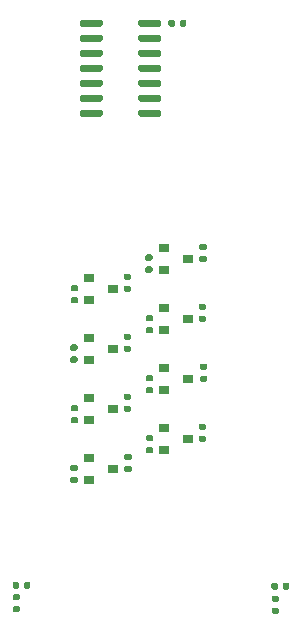
<source format=gbr>
%TF.GenerationSoftware,KiCad,Pcbnew,(5.1.8)-1*%
%TF.CreationDate,2020-11-23T02:20:36+03:00*%
%TF.ProjectId,morphesp240_g850_interface,6d6f7270-6865-4737-9032-34305f673835,1.0*%
%TF.SameCoordinates,Original*%
%TF.FileFunction,Paste,Top*%
%TF.FilePolarity,Positive*%
%FSLAX46Y46*%
G04 Gerber Fmt 4.6, Leading zero omitted, Abs format (unit mm)*
G04 Created by KiCad (PCBNEW (5.1.8)-1) date 2020-11-23 02:20:36*
%MOMM*%
%LPD*%
G01*
G04 APERTURE LIST*
%ADD10R,0.900000X0.800000*%
G04 APERTURE END LIST*
%TO.C,U1*%
G36*
G01*
X149201000Y-67079000D02*
X149201000Y-66779000D01*
G75*
G02*
X149351000Y-66629000I150000J0D01*
G01*
X151001000Y-66629000D01*
G75*
G02*
X151151000Y-66779000I0J-150000D01*
G01*
X151151000Y-67079000D01*
G75*
G02*
X151001000Y-67229000I-150000J0D01*
G01*
X149351000Y-67229000D01*
G75*
G02*
X149201000Y-67079000I0J150000D01*
G01*
G37*
G36*
G01*
X149201000Y-68349000D02*
X149201000Y-68049000D01*
G75*
G02*
X149351000Y-67899000I150000J0D01*
G01*
X151001000Y-67899000D01*
G75*
G02*
X151151000Y-68049000I0J-150000D01*
G01*
X151151000Y-68349000D01*
G75*
G02*
X151001000Y-68499000I-150000J0D01*
G01*
X149351000Y-68499000D01*
G75*
G02*
X149201000Y-68349000I0J150000D01*
G01*
G37*
G36*
G01*
X149201000Y-69619000D02*
X149201000Y-69319000D01*
G75*
G02*
X149351000Y-69169000I150000J0D01*
G01*
X151001000Y-69169000D01*
G75*
G02*
X151151000Y-69319000I0J-150000D01*
G01*
X151151000Y-69619000D01*
G75*
G02*
X151001000Y-69769000I-150000J0D01*
G01*
X149351000Y-69769000D01*
G75*
G02*
X149201000Y-69619000I0J150000D01*
G01*
G37*
G36*
G01*
X149201000Y-70889000D02*
X149201000Y-70589000D01*
G75*
G02*
X149351000Y-70439000I150000J0D01*
G01*
X151001000Y-70439000D01*
G75*
G02*
X151151000Y-70589000I0J-150000D01*
G01*
X151151000Y-70889000D01*
G75*
G02*
X151001000Y-71039000I-150000J0D01*
G01*
X149351000Y-71039000D01*
G75*
G02*
X149201000Y-70889000I0J150000D01*
G01*
G37*
G36*
G01*
X149201000Y-72159000D02*
X149201000Y-71859000D01*
G75*
G02*
X149351000Y-71709000I150000J0D01*
G01*
X151001000Y-71709000D01*
G75*
G02*
X151151000Y-71859000I0J-150000D01*
G01*
X151151000Y-72159000D01*
G75*
G02*
X151001000Y-72309000I-150000J0D01*
G01*
X149351000Y-72309000D01*
G75*
G02*
X149201000Y-72159000I0J150000D01*
G01*
G37*
G36*
G01*
X149201000Y-73429000D02*
X149201000Y-73129000D01*
G75*
G02*
X149351000Y-72979000I150000J0D01*
G01*
X151001000Y-72979000D01*
G75*
G02*
X151151000Y-73129000I0J-150000D01*
G01*
X151151000Y-73429000D01*
G75*
G02*
X151001000Y-73579000I-150000J0D01*
G01*
X149351000Y-73579000D01*
G75*
G02*
X149201000Y-73429000I0J150000D01*
G01*
G37*
G36*
G01*
X149201000Y-74699000D02*
X149201000Y-74399000D01*
G75*
G02*
X149351000Y-74249000I150000J0D01*
G01*
X151001000Y-74249000D01*
G75*
G02*
X151151000Y-74399000I0J-150000D01*
G01*
X151151000Y-74699000D01*
G75*
G02*
X151001000Y-74849000I-150000J0D01*
G01*
X149351000Y-74849000D01*
G75*
G02*
X149201000Y-74699000I0J150000D01*
G01*
G37*
G36*
G01*
X144251000Y-74699000D02*
X144251000Y-74399000D01*
G75*
G02*
X144401000Y-74249000I150000J0D01*
G01*
X146051000Y-74249000D01*
G75*
G02*
X146201000Y-74399000I0J-150000D01*
G01*
X146201000Y-74699000D01*
G75*
G02*
X146051000Y-74849000I-150000J0D01*
G01*
X144401000Y-74849000D01*
G75*
G02*
X144251000Y-74699000I0J150000D01*
G01*
G37*
G36*
G01*
X144251000Y-73429000D02*
X144251000Y-73129000D01*
G75*
G02*
X144401000Y-72979000I150000J0D01*
G01*
X146051000Y-72979000D01*
G75*
G02*
X146201000Y-73129000I0J-150000D01*
G01*
X146201000Y-73429000D01*
G75*
G02*
X146051000Y-73579000I-150000J0D01*
G01*
X144401000Y-73579000D01*
G75*
G02*
X144251000Y-73429000I0J150000D01*
G01*
G37*
G36*
G01*
X144251000Y-72159000D02*
X144251000Y-71859000D01*
G75*
G02*
X144401000Y-71709000I150000J0D01*
G01*
X146051000Y-71709000D01*
G75*
G02*
X146201000Y-71859000I0J-150000D01*
G01*
X146201000Y-72159000D01*
G75*
G02*
X146051000Y-72309000I-150000J0D01*
G01*
X144401000Y-72309000D01*
G75*
G02*
X144251000Y-72159000I0J150000D01*
G01*
G37*
G36*
G01*
X144251000Y-70889000D02*
X144251000Y-70589000D01*
G75*
G02*
X144401000Y-70439000I150000J0D01*
G01*
X146051000Y-70439000D01*
G75*
G02*
X146201000Y-70589000I0J-150000D01*
G01*
X146201000Y-70889000D01*
G75*
G02*
X146051000Y-71039000I-150000J0D01*
G01*
X144401000Y-71039000D01*
G75*
G02*
X144251000Y-70889000I0J150000D01*
G01*
G37*
G36*
G01*
X144251000Y-69619000D02*
X144251000Y-69319000D01*
G75*
G02*
X144401000Y-69169000I150000J0D01*
G01*
X146051000Y-69169000D01*
G75*
G02*
X146201000Y-69319000I0J-150000D01*
G01*
X146201000Y-69619000D01*
G75*
G02*
X146051000Y-69769000I-150000J0D01*
G01*
X144401000Y-69769000D01*
G75*
G02*
X144251000Y-69619000I0J150000D01*
G01*
G37*
G36*
G01*
X144251000Y-68349000D02*
X144251000Y-68049000D01*
G75*
G02*
X144401000Y-67899000I150000J0D01*
G01*
X146051000Y-67899000D01*
G75*
G02*
X146201000Y-68049000I0J-150000D01*
G01*
X146201000Y-68349000D01*
G75*
G02*
X146051000Y-68499000I-150000J0D01*
G01*
X144401000Y-68499000D01*
G75*
G02*
X144251000Y-68349000I0J150000D01*
G01*
G37*
G36*
G01*
X144251000Y-67079000D02*
X144251000Y-66779000D01*
G75*
G02*
X144401000Y-66629000I150000J0D01*
G01*
X146051000Y-66629000D01*
G75*
G02*
X146201000Y-66779000I0J-150000D01*
G01*
X146201000Y-67079000D01*
G75*
G02*
X146051000Y-67229000I-150000J0D01*
G01*
X144401000Y-67229000D01*
G75*
G02*
X144251000Y-67079000I0J150000D01*
G01*
G37*
%TD*%
%TO.C,R18*%
G36*
G01*
X160627080Y-116401280D02*
X160997080Y-116401280D01*
G75*
G02*
X161132080Y-116536280I0J-135000D01*
G01*
X161132080Y-116806280D01*
G75*
G02*
X160997080Y-116941280I-135000J0D01*
G01*
X160627080Y-116941280D01*
G75*
G02*
X160492080Y-116806280I0J135000D01*
G01*
X160492080Y-116536280D01*
G75*
G02*
X160627080Y-116401280I135000J0D01*
G01*
G37*
G36*
G01*
X160627080Y-115381280D02*
X160997080Y-115381280D01*
G75*
G02*
X161132080Y-115516280I0J-135000D01*
G01*
X161132080Y-115786280D01*
G75*
G02*
X160997080Y-115921280I-135000J0D01*
G01*
X160627080Y-115921280D01*
G75*
G02*
X160492080Y-115786280I0J135000D01*
G01*
X160492080Y-115516280D01*
G75*
G02*
X160627080Y-115381280I135000J0D01*
G01*
G37*
%TD*%
%TO.C,R17*%
G36*
G01*
X138702000Y-116269000D02*
X139072000Y-116269000D01*
G75*
G02*
X139207000Y-116404000I0J-135000D01*
G01*
X139207000Y-116674000D01*
G75*
G02*
X139072000Y-116809000I-135000J0D01*
G01*
X138702000Y-116809000D01*
G75*
G02*
X138567000Y-116674000I0J135000D01*
G01*
X138567000Y-116404000D01*
G75*
G02*
X138702000Y-116269000I135000J0D01*
G01*
G37*
G36*
G01*
X138702000Y-115249000D02*
X139072000Y-115249000D01*
G75*
G02*
X139207000Y-115384000I0J-135000D01*
G01*
X139207000Y-115654000D01*
G75*
G02*
X139072000Y-115789000I-135000J0D01*
G01*
X138702000Y-115789000D01*
G75*
G02*
X138567000Y-115654000I0J135000D01*
G01*
X138567000Y-115384000D01*
G75*
G02*
X138702000Y-115249000I135000J0D01*
G01*
G37*
%TD*%
%TO.C,R16*%
G36*
G01*
X154552000Y-96760000D02*
X154922000Y-96760000D01*
G75*
G02*
X155057000Y-96895000I0J-135000D01*
G01*
X155057000Y-97165000D01*
G75*
G02*
X154922000Y-97300000I-135000J0D01*
G01*
X154552000Y-97300000D01*
G75*
G02*
X154417000Y-97165000I0J135000D01*
G01*
X154417000Y-96895000D01*
G75*
G02*
X154552000Y-96760000I135000J0D01*
G01*
G37*
G36*
G01*
X154552000Y-95740000D02*
X154922000Y-95740000D01*
G75*
G02*
X155057000Y-95875000I0J-135000D01*
G01*
X155057000Y-96145000D01*
G75*
G02*
X154922000Y-96280000I-135000J0D01*
G01*
X154552000Y-96280000D01*
G75*
G02*
X154417000Y-96145000I0J135000D01*
G01*
X154417000Y-95875000D01*
G75*
G02*
X154552000Y-95740000I135000J0D01*
G01*
G37*
%TD*%
%TO.C,R15*%
G36*
G01*
X149980000Y-97725200D02*
X150350000Y-97725200D01*
G75*
G02*
X150485000Y-97860200I0J-135000D01*
G01*
X150485000Y-98130200D01*
G75*
G02*
X150350000Y-98265200I-135000J0D01*
G01*
X149980000Y-98265200D01*
G75*
G02*
X149845000Y-98130200I0J135000D01*
G01*
X149845000Y-97860200D01*
G75*
G02*
X149980000Y-97725200I135000J0D01*
G01*
G37*
G36*
G01*
X149980000Y-96705200D02*
X150350000Y-96705200D01*
G75*
G02*
X150485000Y-96840200I0J-135000D01*
G01*
X150485000Y-97110200D01*
G75*
G02*
X150350000Y-97245200I-135000J0D01*
G01*
X149980000Y-97245200D01*
G75*
G02*
X149845000Y-97110200I0J135000D01*
G01*
X149845000Y-96840200D01*
G75*
G02*
X149980000Y-96705200I135000J0D01*
G01*
G37*
%TD*%
%TO.C,R14*%
G36*
G01*
X154450000Y-101838000D02*
X154820000Y-101838000D01*
G75*
G02*
X154955000Y-101973000I0J-135000D01*
G01*
X154955000Y-102243000D01*
G75*
G02*
X154820000Y-102378000I-135000J0D01*
G01*
X154450000Y-102378000D01*
G75*
G02*
X154315000Y-102243000I0J135000D01*
G01*
X154315000Y-101973000D01*
G75*
G02*
X154450000Y-101838000I135000J0D01*
G01*
G37*
G36*
G01*
X154450000Y-100818000D02*
X154820000Y-100818000D01*
G75*
G02*
X154955000Y-100953000I0J-135000D01*
G01*
X154955000Y-101223000D01*
G75*
G02*
X154820000Y-101358000I-135000J0D01*
G01*
X154450000Y-101358000D01*
G75*
G02*
X154315000Y-101223000I0J135000D01*
G01*
X154315000Y-100953000D01*
G75*
G02*
X154450000Y-100818000I135000J0D01*
G01*
G37*
%TD*%
%TO.C,R13*%
G36*
G01*
X149980000Y-102803000D02*
X150350000Y-102803000D01*
G75*
G02*
X150485000Y-102938000I0J-135000D01*
G01*
X150485000Y-103208000D01*
G75*
G02*
X150350000Y-103343000I-135000J0D01*
G01*
X149980000Y-103343000D01*
G75*
G02*
X149845000Y-103208000I0J135000D01*
G01*
X149845000Y-102938000D01*
G75*
G02*
X149980000Y-102803000I135000J0D01*
G01*
G37*
G36*
G01*
X149980000Y-101783000D02*
X150350000Y-101783000D01*
G75*
G02*
X150485000Y-101918000I0J-135000D01*
G01*
X150485000Y-102188000D01*
G75*
G02*
X150350000Y-102323000I-135000J0D01*
G01*
X149980000Y-102323000D01*
G75*
G02*
X149845000Y-102188000I0J135000D01*
G01*
X149845000Y-101918000D01*
G75*
G02*
X149980000Y-101783000I135000J0D01*
G01*
G37*
%TD*%
%TO.C,R12*%
G36*
G01*
X148100000Y-94218000D02*
X148470000Y-94218000D01*
G75*
G02*
X148605000Y-94353000I0J-135000D01*
G01*
X148605000Y-94623000D01*
G75*
G02*
X148470000Y-94758000I-135000J0D01*
G01*
X148100000Y-94758000D01*
G75*
G02*
X147965000Y-94623000I0J135000D01*
G01*
X147965000Y-94353000D01*
G75*
G02*
X148100000Y-94218000I135000J0D01*
G01*
G37*
G36*
G01*
X148100000Y-93198000D02*
X148470000Y-93198000D01*
G75*
G02*
X148605000Y-93333000I0J-135000D01*
G01*
X148605000Y-93603000D01*
G75*
G02*
X148470000Y-93738000I-135000J0D01*
G01*
X148100000Y-93738000D01*
G75*
G02*
X147965000Y-93603000I0J135000D01*
G01*
X147965000Y-93333000D01*
G75*
G02*
X148100000Y-93198000I135000J0D01*
G01*
G37*
%TD*%
%TO.C,R11*%
G36*
G01*
X143579000Y-95134400D02*
X143949000Y-95134400D01*
G75*
G02*
X144084000Y-95269400I0J-135000D01*
G01*
X144084000Y-95539400D01*
G75*
G02*
X143949000Y-95674400I-135000J0D01*
G01*
X143579000Y-95674400D01*
G75*
G02*
X143444000Y-95539400I0J135000D01*
G01*
X143444000Y-95269400D01*
G75*
G02*
X143579000Y-95134400I135000J0D01*
G01*
G37*
G36*
G01*
X143579000Y-94114400D02*
X143949000Y-94114400D01*
G75*
G02*
X144084000Y-94249400I0J-135000D01*
G01*
X144084000Y-94519400D01*
G75*
G02*
X143949000Y-94654400I-135000J0D01*
G01*
X143579000Y-94654400D01*
G75*
G02*
X143444000Y-94519400I0J135000D01*
G01*
X143444000Y-94249400D01*
G75*
G02*
X143579000Y-94114400I135000J0D01*
G01*
G37*
%TD*%
%TO.C,R10*%
G36*
G01*
X154450000Y-91680000D02*
X154820000Y-91680000D01*
G75*
G02*
X154955000Y-91815000I0J-135000D01*
G01*
X154955000Y-92085000D01*
G75*
G02*
X154820000Y-92220000I-135000J0D01*
G01*
X154450000Y-92220000D01*
G75*
G02*
X154315000Y-92085000I0J135000D01*
G01*
X154315000Y-91815000D01*
G75*
G02*
X154450000Y-91680000I135000J0D01*
G01*
G37*
G36*
G01*
X154450000Y-90660000D02*
X154820000Y-90660000D01*
G75*
G02*
X154955000Y-90795000I0J-135000D01*
G01*
X154955000Y-91065000D01*
G75*
G02*
X154820000Y-91200000I-135000J0D01*
G01*
X154450000Y-91200000D01*
G75*
G02*
X154315000Y-91065000I0J135000D01*
G01*
X154315000Y-90795000D01*
G75*
G02*
X154450000Y-90660000I135000J0D01*
G01*
G37*
%TD*%
%TO.C,R9*%
G36*
G01*
X149980000Y-92645200D02*
X150350000Y-92645200D01*
G75*
G02*
X150485000Y-92780200I0J-135000D01*
G01*
X150485000Y-93050200D01*
G75*
G02*
X150350000Y-93185200I-135000J0D01*
G01*
X149980000Y-93185200D01*
G75*
G02*
X149845000Y-93050200I0J135000D01*
G01*
X149845000Y-92780200D01*
G75*
G02*
X149980000Y-92645200I135000J0D01*
G01*
G37*
G36*
G01*
X149980000Y-91625200D02*
X150350000Y-91625200D01*
G75*
G02*
X150485000Y-91760200I0J-135000D01*
G01*
X150485000Y-92030200D01*
G75*
G02*
X150350000Y-92165200I-135000J0D01*
G01*
X149980000Y-92165200D01*
G75*
G02*
X149845000Y-92030200I0J135000D01*
G01*
X149845000Y-91760200D01*
G75*
G02*
X149980000Y-91625200I135000J0D01*
G01*
G37*
%TD*%
%TO.C,R8*%
G36*
G01*
X148151000Y-104378000D02*
X148521000Y-104378000D01*
G75*
G02*
X148656000Y-104513000I0J-135000D01*
G01*
X148656000Y-104783000D01*
G75*
G02*
X148521000Y-104918000I-135000J0D01*
G01*
X148151000Y-104918000D01*
G75*
G02*
X148016000Y-104783000I0J135000D01*
G01*
X148016000Y-104513000D01*
G75*
G02*
X148151000Y-104378000I135000J0D01*
G01*
G37*
G36*
G01*
X148151000Y-103358000D02*
X148521000Y-103358000D01*
G75*
G02*
X148656000Y-103493000I0J-135000D01*
G01*
X148656000Y-103763000D01*
G75*
G02*
X148521000Y-103898000I-135000J0D01*
G01*
X148151000Y-103898000D01*
G75*
G02*
X148016000Y-103763000I0J135000D01*
G01*
X148016000Y-103493000D01*
G75*
G02*
X148151000Y-103358000I135000J0D01*
G01*
G37*
%TD*%
%TO.C,R7*%
G36*
G01*
X148100000Y-89140000D02*
X148470000Y-89140000D01*
G75*
G02*
X148605000Y-89275000I0J-135000D01*
G01*
X148605000Y-89545000D01*
G75*
G02*
X148470000Y-89680000I-135000J0D01*
G01*
X148100000Y-89680000D01*
G75*
G02*
X147965000Y-89545000I0J135000D01*
G01*
X147965000Y-89275000D01*
G75*
G02*
X148100000Y-89140000I135000J0D01*
G01*
G37*
G36*
G01*
X148100000Y-88120000D02*
X148470000Y-88120000D01*
G75*
G02*
X148605000Y-88255000I0J-135000D01*
G01*
X148605000Y-88525000D01*
G75*
G02*
X148470000Y-88660000I-135000J0D01*
G01*
X148100000Y-88660000D01*
G75*
G02*
X147965000Y-88525000I0J135000D01*
G01*
X147965000Y-88255000D01*
G75*
G02*
X148100000Y-88120000I135000J0D01*
G01*
G37*
%TD*%
%TO.C,R6*%
G36*
G01*
X143579000Y-105345000D02*
X143949000Y-105345000D01*
G75*
G02*
X144084000Y-105480000I0J-135000D01*
G01*
X144084000Y-105750000D01*
G75*
G02*
X143949000Y-105885000I-135000J0D01*
G01*
X143579000Y-105885000D01*
G75*
G02*
X143444000Y-105750000I0J135000D01*
G01*
X143444000Y-105480000D01*
G75*
G02*
X143579000Y-105345000I135000J0D01*
G01*
G37*
G36*
G01*
X143579000Y-104325000D02*
X143949000Y-104325000D01*
G75*
G02*
X144084000Y-104460000I0J-135000D01*
G01*
X144084000Y-104730000D01*
G75*
G02*
X143949000Y-104865000I-135000J0D01*
G01*
X143579000Y-104865000D01*
G75*
G02*
X143444000Y-104730000I0J135000D01*
G01*
X143444000Y-104460000D01*
G75*
G02*
X143579000Y-104325000I135000J0D01*
G01*
G37*
%TD*%
%TO.C,R5*%
G36*
G01*
X143630000Y-90105200D02*
X144000000Y-90105200D01*
G75*
G02*
X144135000Y-90240200I0J-135000D01*
G01*
X144135000Y-90510200D01*
G75*
G02*
X144000000Y-90645200I-135000J0D01*
G01*
X143630000Y-90645200D01*
G75*
G02*
X143495000Y-90510200I0J135000D01*
G01*
X143495000Y-90240200D01*
G75*
G02*
X143630000Y-90105200I135000J0D01*
G01*
G37*
G36*
G01*
X143630000Y-89085200D02*
X144000000Y-89085200D01*
G75*
G02*
X144135000Y-89220200I0J-135000D01*
G01*
X144135000Y-89490200D01*
G75*
G02*
X144000000Y-89625200I-135000J0D01*
G01*
X143630000Y-89625200D01*
G75*
G02*
X143495000Y-89490200I0J135000D01*
G01*
X143495000Y-89220200D01*
G75*
G02*
X143630000Y-89085200I135000J0D01*
G01*
G37*
%TD*%
%TO.C,R4*%
G36*
G01*
X148100000Y-99300000D02*
X148470000Y-99300000D01*
G75*
G02*
X148605000Y-99435000I0J-135000D01*
G01*
X148605000Y-99705000D01*
G75*
G02*
X148470000Y-99840000I-135000J0D01*
G01*
X148100000Y-99840000D01*
G75*
G02*
X147965000Y-99705000I0J135000D01*
G01*
X147965000Y-99435000D01*
G75*
G02*
X148100000Y-99300000I135000J0D01*
G01*
G37*
G36*
G01*
X148100000Y-98280000D02*
X148470000Y-98280000D01*
G75*
G02*
X148605000Y-98415000I0J-135000D01*
G01*
X148605000Y-98685000D01*
G75*
G02*
X148470000Y-98820000I-135000J0D01*
G01*
X148100000Y-98820000D01*
G75*
G02*
X147965000Y-98685000I0J135000D01*
G01*
X147965000Y-98415000D01*
G75*
G02*
X148100000Y-98280000I135000J0D01*
G01*
G37*
%TD*%
%TO.C,R3*%
G36*
G01*
X154501000Y-86600000D02*
X154871000Y-86600000D01*
G75*
G02*
X155006000Y-86735000I0J-135000D01*
G01*
X155006000Y-87005000D01*
G75*
G02*
X154871000Y-87140000I-135000J0D01*
G01*
X154501000Y-87140000D01*
G75*
G02*
X154366000Y-87005000I0J135000D01*
G01*
X154366000Y-86735000D01*
G75*
G02*
X154501000Y-86600000I135000J0D01*
G01*
G37*
G36*
G01*
X154501000Y-85580000D02*
X154871000Y-85580000D01*
G75*
G02*
X155006000Y-85715000I0J-135000D01*
G01*
X155006000Y-85985000D01*
G75*
G02*
X154871000Y-86120000I-135000J0D01*
G01*
X154501000Y-86120000D01*
G75*
G02*
X154366000Y-85985000I0J135000D01*
G01*
X154366000Y-85715000D01*
G75*
G02*
X154501000Y-85580000I135000J0D01*
G01*
G37*
%TD*%
%TO.C,R2*%
G36*
G01*
X143630000Y-100265000D02*
X144000000Y-100265000D01*
G75*
G02*
X144135000Y-100400000I0J-135000D01*
G01*
X144135000Y-100670000D01*
G75*
G02*
X144000000Y-100805000I-135000J0D01*
G01*
X143630000Y-100805000D01*
G75*
G02*
X143495000Y-100670000I0J135000D01*
G01*
X143495000Y-100400000D01*
G75*
G02*
X143630000Y-100265000I135000J0D01*
G01*
G37*
G36*
G01*
X143630000Y-99245000D02*
X144000000Y-99245000D01*
G75*
G02*
X144135000Y-99380000I0J-135000D01*
G01*
X144135000Y-99650000D01*
G75*
G02*
X144000000Y-99785000I-135000J0D01*
G01*
X143630000Y-99785000D01*
G75*
G02*
X143495000Y-99650000I0J135000D01*
G01*
X143495000Y-99380000D01*
G75*
G02*
X143630000Y-99245000I135000J0D01*
G01*
G37*
%TD*%
%TO.C,R1*%
G36*
G01*
X149929000Y-87514400D02*
X150299000Y-87514400D01*
G75*
G02*
X150434000Y-87649400I0J-135000D01*
G01*
X150434000Y-87919400D01*
G75*
G02*
X150299000Y-88054400I-135000J0D01*
G01*
X149929000Y-88054400D01*
G75*
G02*
X149794000Y-87919400I0J135000D01*
G01*
X149794000Y-87649400D01*
G75*
G02*
X149929000Y-87514400I135000J0D01*
G01*
G37*
G36*
G01*
X149929000Y-86494400D02*
X150299000Y-86494400D01*
G75*
G02*
X150434000Y-86629400I0J-135000D01*
G01*
X150434000Y-86899400D01*
G75*
G02*
X150299000Y-87034400I-135000J0D01*
G01*
X149929000Y-87034400D01*
G75*
G02*
X149794000Y-86899400I0J135000D01*
G01*
X149794000Y-86629400D01*
G75*
G02*
X149929000Y-86494400I135000J0D01*
G01*
G37*
%TD*%
D10*
%TO.C,Q8*%
X153400000Y-97028000D03*
X151400000Y-97978000D03*
X151400000Y-96078000D03*
%TD*%
%TO.C,Q7*%
X153400000Y-102108000D03*
X151400000Y-103058000D03*
X151400000Y-101158000D03*
%TD*%
%TO.C,Q6*%
X147050000Y-94488000D03*
X145050000Y-95438000D03*
X145050000Y-93538000D03*
%TD*%
%TO.C,Q5*%
X153400000Y-91948000D03*
X151400000Y-92898000D03*
X151400000Y-90998000D03*
%TD*%
%TO.C,Q4*%
X147050000Y-104648000D03*
X145050000Y-105598000D03*
X145050000Y-103698000D03*
%TD*%
%TO.C,Q3*%
X147050000Y-89408000D03*
X145050000Y-90358000D03*
X145050000Y-88458000D03*
%TD*%
%TO.C,Q2*%
X147050000Y-99568000D03*
X145050000Y-100518000D03*
X145050000Y-98618000D03*
%TD*%
%TO.C,Q1*%
X153400000Y-86868000D03*
X151400000Y-87818000D03*
X151400000Y-85918000D03*
%TD*%
%TO.C,C3*%
G36*
G01*
X161442080Y-114754280D02*
X161442080Y-114414280D01*
G75*
G02*
X161582080Y-114274280I140000J0D01*
G01*
X161862080Y-114274280D01*
G75*
G02*
X162002080Y-114414280I0J-140000D01*
G01*
X162002080Y-114754280D01*
G75*
G02*
X161862080Y-114894280I-140000J0D01*
G01*
X161582080Y-114894280D01*
G75*
G02*
X161442080Y-114754280I0J140000D01*
G01*
G37*
G36*
G01*
X160482080Y-114754280D02*
X160482080Y-114414280D01*
G75*
G02*
X160622080Y-114274280I140000J0D01*
G01*
X160902080Y-114274280D01*
G75*
G02*
X161042080Y-114414280I0J-140000D01*
G01*
X161042080Y-114754280D01*
G75*
G02*
X160902080Y-114894280I-140000J0D01*
G01*
X160622080Y-114894280D01*
G75*
G02*
X160482080Y-114754280I0J140000D01*
G01*
G37*
%TD*%
%TO.C,C2*%
G36*
G01*
X139522000Y-114673000D02*
X139522000Y-114333000D01*
G75*
G02*
X139662000Y-114193000I140000J0D01*
G01*
X139942000Y-114193000D01*
G75*
G02*
X140082000Y-114333000I0J-140000D01*
G01*
X140082000Y-114673000D01*
G75*
G02*
X139942000Y-114813000I-140000J0D01*
G01*
X139662000Y-114813000D01*
G75*
G02*
X139522000Y-114673000I0J140000D01*
G01*
G37*
G36*
G01*
X138562000Y-114673000D02*
X138562000Y-114333000D01*
G75*
G02*
X138702000Y-114193000I140000J0D01*
G01*
X138982000Y-114193000D01*
G75*
G02*
X139122000Y-114333000I0J-140000D01*
G01*
X139122000Y-114673000D01*
G75*
G02*
X138982000Y-114813000I-140000J0D01*
G01*
X138702000Y-114813000D01*
G75*
G02*
X138562000Y-114673000I0J140000D01*
G01*
G37*
%TD*%
%TO.C,C1*%
G36*
G01*
X152727000Y-67099000D02*
X152727000Y-66759000D01*
G75*
G02*
X152867000Y-66619000I140000J0D01*
G01*
X153147000Y-66619000D01*
G75*
G02*
X153287000Y-66759000I0J-140000D01*
G01*
X153287000Y-67099000D01*
G75*
G02*
X153147000Y-67239000I-140000J0D01*
G01*
X152867000Y-67239000D01*
G75*
G02*
X152727000Y-67099000I0J140000D01*
G01*
G37*
G36*
G01*
X151767000Y-67099000D02*
X151767000Y-66759000D01*
G75*
G02*
X151907000Y-66619000I140000J0D01*
G01*
X152187000Y-66619000D01*
G75*
G02*
X152327000Y-66759000I0J-140000D01*
G01*
X152327000Y-67099000D01*
G75*
G02*
X152187000Y-67239000I-140000J0D01*
G01*
X151907000Y-67239000D01*
G75*
G02*
X151767000Y-67099000I0J140000D01*
G01*
G37*
%TD*%
M02*

</source>
